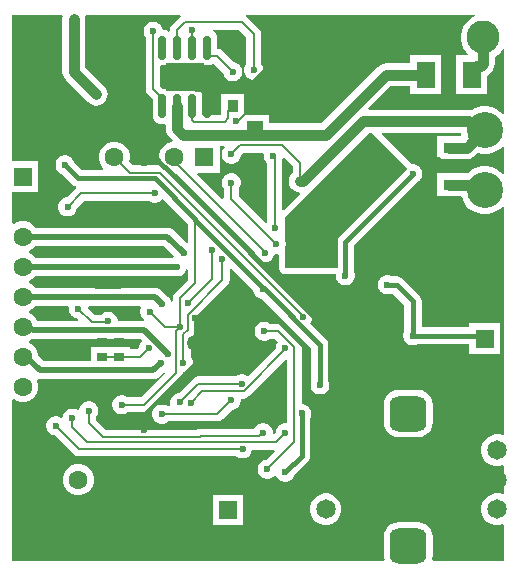
<source format=gbl>
G04*
G04 #@! TF.GenerationSoftware,Altium Limited,Altium Designer,21.3.2 (30)*
G04*
G04 Layer_Physical_Order=2*
G04 Layer_Color=16711680*
%FSTAX24Y24*%
%MOIN*%
G70*
G04*
G04 #@! TF.SameCoordinates,587B8423-3D13-4A71-8966-67BAEF8921A1*
G04*
G04*
G04 #@! TF.FilePolarity,Positive*
G04*
G01*
G75*
%ADD14C,0.0080*%
%ADD25R,0.0335X0.0276*%
%ADD36R,0.0374X0.0394*%
%ADD71C,0.0170*%
%ADD72C,0.0350*%
%ADD75C,0.0630*%
%ADD76R,0.0630X0.0630*%
%ADD77R,0.0630X0.0630*%
G04:AMPARAMS|DCode=78|XSize=122mil|YSize=118.1mil|CornerRadius=29.5mil|HoleSize=0mil|Usage=FLASHONLY|Rotation=0.000|XOffset=0mil|YOffset=0mil|HoleType=Round|Shape=RoundedRectangle|*
%AMROUNDEDRECTD78*
21,1,0.1220,0.0591,0,0,0.0*
21,1,0.0630,0.1181,0,0,0.0*
1,1,0.0591,0.0315,-0.0295*
1,1,0.0591,-0.0315,-0.0295*
1,1,0.0591,-0.0315,0.0295*
1,1,0.0591,0.0315,0.0295*
%
%ADD78ROUNDEDRECTD78*%
%ADD79C,0.0650*%
%ADD80R,0.0591X0.0591*%
%ADD81C,0.0591*%
%ADD82C,0.0500*%
%ADD83C,0.0236*%
%ADD84C,0.1100*%
%ADD85C,0.1200*%
%ADD86R,0.0551X0.0472*%
%ADD87R,0.0374X0.0354*%
%ADD88R,0.0640X0.0900*%
%ADD89R,0.1299X0.0949*%
G04:AMPARAMS|DCode=90|XSize=77.6mil|YSize=23.6mil|CornerRadius=6.4mil|HoleSize=0mil|Usage=FLASHONLY|Rotation=270.000|XOffset=0mil|YOffset=0mil|HoleType=Round|Shape=RoundedRectangle|*
%AMROUNDEDRECTD90*
21,1,0.0776,0.0109,0,0,270.0*
21,1,0.0648,0.0236,0,0,270.0*
1,1,0.0128,-0.0054,-0.0324*
1,1,0.0128,-0.0054,0.0324*
1,1,0.0128,0.0054,0.0324*
1,1,0.0128,0.0054,-0.0324*
%
%ADD90ROUNDEDRECTD90*%
%ADD91C,0.0200*%
G36*
X044374Y038897D02*
X044295Y038865D01*
X044172Y038783D01*
X044067Y038678D01*
X043985Y038555D01*
X043929Y038419D01*
X0439Y038274D01*
Y038126D01*
X043929Y037981D01*
X043985Y037845D01*
X044067Y037722D01*
X044139Y03765D01*
X044119Y0376D01*
X04375D01*
Y0363D01*
X04479D01*
Y036921D01*
X044837Y036958D01*
X044917Y037038D01*
X044978Y037116D01*
X045015Y037207D01*
X045028Y037305D01*
Y037551D01*
X045128Y037617D01*
X045233Y037722D01*
X045297Y037819D01*
X045347Y037804D01*
Y035655D01*
X045297Y035634D01*
X04521Y035721D01*
X045079Y035809D01*
X044933Y035869D01*
X044779Y0359D01*
X044621D01*
X044467Y035869D01*
X044321Y035809D01*
X044258Y035767D01*
X04417Y035778D01*
X040828D01*
X040809Y035824D01*
X041557Y036572D01*
X04221D01*
Y0363D01*
X04325D01*
Y0376D01*
X04221D01*
Y037328D01*
X0414D01*
X041302Y037315D01*
X041211Y037278D01*
X041133Y037217D01*
X039243Y035328D01*
X037524D01*
Y035614D01*
X036687D01*
Y036302D01*
X035913D01*
Y035781D01*
X035908Y035758D01*
Y035716D01*
X035905Y035701D01*
Y03562D01*
X03527D01*
Y036224D01*
X035261Y036293D01*
X035235Y036357D01*
X035192Y036412D01*
X035137Y036454D01*
X035073Y036481D01*
X035004Y03649D01*
X034896D01*
X034827Y036481D01*
X034763Y036454D01*
X034708Y036412D01*
X034692D01*
X034637Y036454D01*
X034573Y036481D01*
X034504Y03649D01*
X034396D01*
X034327Y036481D01*
X034263Y036454D01*
X034208Y036412D01*
X034192D01*
X034137Y036454D01*
X034073Y036481D01*
X034004Y03649D01*
X033976D01*
X03389Y036576D01*
Y037254D01*
X033896Y037259D01*
X034004D01*
X034073Y037268D01*
X034137Y037294D01*
X034192Y037337D01*
X034208D01*
X034263Y037294D01*
X034327Y037268D01*
X034396Y037259D01*
X034504D01*
X034573Y037268D01*
X034637Y037294D01*
X034692Y037337D01*
X034708D01*
X034763Y037294D01*
X034827Y037268D01*
X034896Y037259D01*
X035004D01*
X035073Y037268D01*
X035137Y037294D01*
X035192Y037337D01*
X035208D01*
X035263Y037294D01*
X035327Y037268D01*
X035396Y037259D01*
X035504D01*
X035573Y037268D01*
X035637Y037294D01*
X035671Y03732D01*
X035684D01*
X035982Y037022D01*
Y037008D01*
X036004Y036927D01*
X036045Y036855D01*
X036105Y036795D01*
X036177Y036754D01*
X036258Y036732D01*
X036342D01*
X036423Y036754D01*
X036495Y036795D01*
X036555Y036855D01*
X036596Y036927D01*
X036618Y037008D01*
Y037092D01*
X036596Y037173D01*
X036555Y037245D01*
X036495Y037305D01*
X036423Y037346D01*
X036342Y037368D01*
X036328D01*
X035958Y037738D01*
X035879Y037791D01*
X035785Y03781D01*
X03577D01*
Y038173D01*
X035761Y038242D01*
X035735Y038306D01*
X035692Y038361D01*
X035637Y038403D01*
X035632Y038405D01*
X035642Y038455D01*
X036499D01*
X036755Y038199D01*
Y03731D01*
X036745Y0373D01*
X036704Y037228D01*
X036682Y037147D01*
Y037063D01*
X036704Y036982D01*
X036745Y036909D01*
X036805Y03685D01*
X036877Y036808D01*
X036958Y036787D01*
X037042D01*
X037123Y036808D01*
X037195Y03685D01*
X037255Y036909D01*
X037296Y036982D01*
X037318Y037063D01*
Y037147D01*
X037296Y037228D01*
X037255Y0373D01*
X037245Y03731D01*
Y0383D01*
X037226Y038394D01*
X037173Y038473D01*
X036773Y038873D01*
X036737Y038897D01*
X036752Y038947D01*
X044364D01*
X044374Y038897D01*
D02*
G37*
G36*
X034563D02*
X034527Y038873D01*
X034277Y038623D01*
X034224Y038544D01*
X034205Y03845D01*
Y038414D01*
X034155Y038389D01*
X034137Y038403D01*
X034073Y03843D01*
X034004Y038439D01*
X033963D01*
X033942Y038518D01*
X0339Y038591D01*
X033841Y03865D01*
X033768Y038692D01*
X033687Y038713D01*
X033603D01*
X033522Y038692D01*
X03345Y03865D01*
X033391Y038591D01*
X033349Y038518D01*
X033327Y038437D01*
Y038353D01*
X033349Y038272D01*
X033391Y0382D01*
X033401Y03819D01*
Y036474D01*
X033419Y036381D01*
X033472Y036301D01*
X03363Y036144D01*
Y035576D01*
X033639Y035507D01*
X033665Y035443D01*
X033708Y035388D01*
X033763Y035346D01*
X033827Y035319D01*
X033896Y03531D01*
X034004D01*
X034034Y035314D01*
X034072Y035281D01*
Y035155D01*
X034085Y035057D01*
X034122Y034966D01*
X034183Y034888D01*
X034309Y034761D01*
X03429Y034715D01*
X034282D01*
X034151Y03468D01*
X034034Y034612D01*
X033938Y034516D01*
X03387Y034399D01*
X033835Y034268D01*
Y034132D01*
X03387Y034001D01*
X033888Y03397D01*
X033854Y03393D01*
X032966D01*
X032844Y034052D01*
X032865Y034132D01*
Y034268D01*
X03283Y034399D01*
X032762Y034516D01*
X032666Y034612D01*
X032549Y03468D01*
X032418Y034715D01*
X032282D01*
X032151Y03468D01*
X032034Y034612D01*
X031938Y034516D01*
X03187Y034399D01*
X031835Y034268D01*
Y034132D01*
X03187Y034001D01*
X031938Y033884D01*
X031984Y033837D01*
X031964Y033787D01*
X031269D01*
X031001Y034055D01*
X030996Y034073D01*
X030955Y034145D01*
X030895Y034205D01*
X030823Y034246D01*
X030742Y034268D01*
X030658D01*
X030577Y034246D01*
X030505Y034205D01*
X030445Y034145D01*
X030404Y034073D01*
X030382Y033992D01*
Y033908D01*
X030404Y033827D01*
X030445Y033755D01*
X030505Y033695D01*
X030577Y033654D01*
X030595Y033649D01*
X030947Y033297D01*
X031006Y033251D01*
X031066Y033226D01*
X031076Y033196D01*
X031076Y033172D01*
X030766Y032862D01*
X030752D01*
X030671Y03284D01*
X030598Y032798D01*
X030539Y032739D01*
X030497Y032666D01*
X030476Y032586D01*
Y032502D01*
X030497Y032421D01*
X030539Y032348D01*
X030598Y032289D01*
X030671Y032247D01*
X030752Y032226D01*
X030836D01*
X030916Y032247D01*
X030989Y032289D01*
X031048Y032348D01*
X03109Y032421D01*
X031112Y032502D01*
Y032516D01*
X031351Y032755D01*
X033495D01*
X033505Y032745D01*
X033577Y032704D01*
X033658Y032682D01*
X033742D01*
X033823Y032704D01*
X033895Y032745D01*
X033955Y032805D01*
X033985Y032809D01*
X034775Y032018D01*
X034801Y031956D01*
X034805Y031951D01*
Y031359D01*
X034759Y03134D01*
X034335Y031764D01*
X034272Y031812D01*
X034199Y031842D01*
X034121Y031853D01*
X02972D01*
X029712Y031866D01*
X029616Y031962D01*
X029499Y03203D01*
X029368Y032065D01*
X029232D01*
X029101Y03203D01*
X029003Y031973D01*
X028953Y031997D01*
Y033035D01*
X029815D01*
Y034065D01*
X028953D01*
Y038947D01*
X030605D01*
X030636Y038908D01*
X030635Y038897D01*
X030622Y0388D01*
Y03705D01*
X030635Y036952D01*
X030672Y036861D01*
X030733Y036783D01*
X031483Y036033D01*
X031561Y035972D01*
X031652Y035935D01*
X03175Y035922D01*
X031848Y035935D01*
X031939Y035972D01*
X032017Y036033D01*
X032078Y036111D01*
X032115Y036202D01*
X032128Y0363D01*
X032115Y036398D01*
X032078Y036489D01*
X032017Y036567D01*
X031378Y037207D01*
Y0388D01*
X031365Y038897D01*
X031364Y038908D01*
X031395Y038947D01*
X034548D01*
X034563Y038897D01*
D02*
G37*
G36*
X0439Y035021D02*
X043917Y034937D01*
X043885Y034898D01*
X0435D01*
X043492Y034897D01*
X043113D01*
Y034143D01*
X043492D01*
X0435Y034142D01*
X044102D01*
X0442Y034155D01*
X044291Y034193D01*
X04437Y034253D01*
X044453Y034336D01*
X044467Y034331D01*
X044621Y0343D01*
X044779D01*
X044933Y034331D01*
X045079Y034391D01*
X04521Y034479D01*
X045297Y034566D01*
X045347Y034545D01*
Y033655D01*
X045297Y033634D01*
X04521Y033721D01*
X045079Y033809D01*
X044933Y033869D01*
X044779Y0339D01*
X044621D01*
X044467Y033869D01*
X044321Y033809D01*
X04419Y033721D01*
X044127Y033658D01*
X0435D01*
X043492Y033657D01*
X043113D01*
Y032903D01*
X043492D01*
X0435Y032902D01*
X043924D01*
X043931Y032867D01*
X043991Y032721D01*
X044079Y03259D01*
X04419Y032479D01*
X044321Y032391D01*
X044467Y032331D01*
X044621Y0323D01*
X044779D01*
X044933Y032331D01*
X045079Y032391D01*
X04521Y032479D01*
X045297Y032566D01*
X045347Y032545D01*
Y024949D01*
X045297Y024925D01*
X045172Y024959D01*
X045034D01*
X0449Y024923D01*
X044781Y024854D01*
X044683Y024756D01*
X044614Y024637D01*
X044578Y024503D01*
Y024365D01*
X044614Y024232D01*
X044683Y024112D01*
X044781Y024014D01*
X0449Y023945D01*
X045034Y023909D01*
X045172D01*
X045297Y023943D01*
X045347Y023919D01*
Y022981D01*
X045297Y022957D01*
X045172Y022991D01*
X045034D01*
X0449Y022955D01*
X044781Y022886D01*
X044683Y022788D01*
X044614Y022668D01*
X044578Y022535D01*
Y022397D01*
X044614Y022263D01*
X044683Y022144D01*
X044781Y022046D01*
X0449Y021977D01*
X045034Y021941D01*
X045172D01*
X045297Y021975D01*
X045347Y021951D01*
Y020753D01*
X042964D01*
X042937Y020794D01*
X042947Y020821D01*
X042965Y02095D01*
Y021541D01*
X042947Y02167D01*
X042898Y02179D01*
X042818Y021894D01*
X042715Y021973D01*
X042594Y022023D01*
X042465Y02204D01*
X041835D01*
X041706Y022023D01*
X041585Y021973D01*
X041482Y021894D01*
X041402Y02179D01*
X041353Y02167D01*
X041335Y021541D01*
Y02095D01*
X041353Y020821D01*
X041364Y020794D01*
X041336Y020753D01*
X028953D01*
Y026103D01*
X029003Y026127D01*
X029101Y02607D01*
X029232Y026035D01*
X029368D01*
X029499Y02607D01*
X029616Y026138D01*
X029712Y026234D01*
X02978Y026351D01*
X029815Y026482D01*
Y026618D01*
X02978Y026749D01*
X029771Y026764D01*
X029805Y026806D01*
X029866Y026797D01*
X03365D01*
X033728Y026808D01*
X033801Y026838D01*
X033864Y026886D01*
X034018Y02704D01*
X034023Y02704D01*
X034043Y026989D01*
X033249Y026195D01*
X032805D01*
X032795Y026205D01*
X032723Y026246D01*
X032642Y026268D01*
X032558D01*
X032477Y026246D01*
X032405Y026205D01*
X032345Y026145D01*
X032304Y026073D01*
X032282Y025992D01*
Y025908D01*
X032304Y025827D01*
X032345Y025755D01*
X032405Y025695D01*
X032477Y025654D01*
X032558Y025632D01*
X032642D01*
X032723Y025654D01*
X032795Y025695D01*
X032805Y025705D01*
X03335D01*
X033444Y025724D01*
X033523Y025777D01*
X034573Y026827D01*
X034626Y026906D01*
X034645Y027D01*
Y027032D01*
X034692D01*
X034773Y027054D01*
X034845Y027095D01*
X034905Y027155D01*
X034946Y027227D01*
X034968Y027308D01*
Y027392D01*
X034946Y027473D01*
X034905Y027545D01*
X034895Y027555D01*
Y028197D01*
X034973Y028275D01*
X035026Y028354D01*
X035045Y028448D01*
Y028849D01*
X036123Y029927D01*
X036176Y030006D01*
X036195Y0301D01*
Y030483D01*
X036241Y030503D01*
X036976Y029767D01*
Y029758D01*
X036998Y029677D01*
X03704Y029605D01*
X037099Y029545D01*
X037171Y029504D01*
X037252Y029482D01*
X037262D01*
X038913Y027831D01*
Y026738D01*
X038904Y026723D01*
X038882Y026642D01*
Y026558D01*
X038904Y026477D01*
X038945Y026405D01*
X039005Y026345D01*
X039077Y026304D01*
X039158Y026282D01*
X039242D01*
X039323Y026304D01*
X039395Y026345D01*
X039455Y026405D01*
X039496Y026477D01*
X039518Y026558D01*
Y026642D01*
X039496Y026723D01*
X039487Y026738D01*
Y02795D01*
X039478Y028024D01*
X039449Y028094D01*
X039403Y028153D01*
X038878Y028678D01*
X038893Y028693D01*
X038935Y028766D01*
X038957Y028847D01*
Y028931D01*
X038935Y029011D01*
X038893Y029084D01*
X038834Y029143D01*
X038761Y029185D01*
X038692Y029204D01*
X037231Y030665D01*
X037257Y03071D01*
X037319Y030693D01*
X037403D01*
X037484Y030715D01*
X037556Y030756D01*
X037616Y030816D01*
X037657Y030888D01*
X037671Y03094D01*
X037708Y030982D01*
X037792D01*
X037806Y030986D01*
X037846Y030955D01*
Y0305D01*
X037862Y030422D01*
X037906Y030356D01*
X037972Y030312D01*
X03805Y030296D01*
X039729D01*
X039732Y030292D01*
Y030208D01*
X039754Y030127D01*
X039795Y030055D01*
X039855Y029995D01*
X039927Y029954D01*
X040008Y029932D01*
X040092D01*
X040173Y029954D01*
X040245Y029995D01*
X040305Y030055D01*
X040346Y030127D01*
X040368Y030208D01*
Y030292D01*
X040346Y030373D01*
X040326Y030409D01*
Y031269D01*
X042405Y033349D01*
X042423Y033354D01*
X042495Y033395D01*
X042555Y033455D01*
X042596Y033527D01*
X042618Y033608D01*
Y033692D01*
X042596Y033773D01*
X042555Y033845D01*
X042495Y033905D01*
X042423Y033946D01*
X042342Y033968D01*
X042262D01*
X042244Y033994D01*
X042244Y033994D01*
X041263Y034976D01*
X041282Y035022D01*
X0439D01*
Y035021D01*
D02*
G37*
G36*
X038305Y033899D02*
Y033685D01*
X038283Y033667D01*
X038222Y033589D01*
X038185Y033498D01*
X038172Y0334D01*
X038185Y033302D01*
X038222Y033211D01*
X038283Y033133D01*
X038361Y033072D01*
X038452Y033035D01*
X038517Y033026D01*
X038535Y032973D01*
X037991Y032429D01*
X037945Y032448D01*
Y034124D01*
X037946Y034127D01*
X037959Y034174D01*
X038015Y034189D01*
X038305Y033899D01*
D02*
G37*
G36*
X036025Y034522D02*
X035995Y034492D01*
X035954Y03442D01*
X035932Y034339D01*
Y034255D01*
X035954Y034174D01*
X035995Y034102D01*
X036055Y034042D01*
X036127Y034D01*
X036208Y033979D01*
X036292D01*
X036373Y034D01*
X036445Y034042D01*
X036505Y034102D01*
X036546Y034174D01*
X036568Y034255D01*
Y034269D01*
X036651Y034352D01*
X037307D01*
X037337Y034313D01*
X037332Y034292D01*
Y034208D01*
X037354Y034127D01*
X037395Y034055D01*
X037455Y033995D01*
X037455Y033995D01*
Y032055D01*
X037445Y032045D01*
X037431Y032021D01*
X037382Y032014D01*
X036495Y032901D01*
Y033145D01*
X036505Y033155D01*
X036546Y033227D01*
X036568Y033308D01*
Y033392D01*
X036546Y033473D01*
X036505Y033545D01*
X036445Y033605D01*
X036373Y033646D01*
X036292Y033668D01*
X036208D01*
X036127Y033646D01*
X036055Y033605D01*
X035995Y033545D01*
X035954Y033473D01*
X035932Y033392D01*
Y033308D01*
X035954Y033227D01*
X035995Y033155D01*
X036005Y033145D01*
Y032826D01*
X035955Y032805D01*
X035122Y033639D01*
X035141Y033685D01*
X035865D01*
Y034572D01*
X036004D01*
X036025Y034522D01*
D02*
G37*
G36*
X034282Y033685D02*
X034383D01*
X037043Y031025D01*
Y030969D01*
X03706Y030907D01*
X037015Y030881D01*
X034253Y033643D01*
X034278Y033686D01*
X034282Y033685D01*
D02*
G37*
G36*
X034341Y030903D02*
X03432Y030853D01*
X02972D01*
X029712Y030866D01*
X029616Y030962D01*
X029512Y031022D01*
X029508Y031038D01*
Y031062D01*
X029512Y031078D01*
X029616Y031138D01*
X029712Y031234D01*
X02972Y031247D01*
X033996D01*
X034341Y030903D01*
D02*
G37*
G36*
X0421Y03385D02*
Y0338D01*
X0398Y0315D01*
Y0305D01*
X03805D01*
Y031191D01*
X038068Y031258D01*
Y031342D01*
X03805Y031409D01*
Y0322D01*
X040872Y035022D01*
X040928D01*
X0421Y03385D01*
D02*
G37*
G36*
X034805Y030454D02*
Y030101D01*
X034377Y029673D01*
X034324Y029594D01*
X034305Y0295D01*
Y029396D01*
X034255Y02939D01*
X034246Y029423D01*
X034205Y029495D01*
X034145Y029555D01*
X034093Y029585D01*
X033914Y029764D01*
X033851Y029812D01*
X033778Y029842D01*
X0337Y029853D01*
X02972D01*
X029712Y029866D01*
X029616Y029962D01*
X029512Y030022D01*
X029508Y030038D01*
Y030062D01*
X029512Y030078D01*
X029616Y030138D01*
X029712Y030234D01*
X02972Y030247D01*
X03435D01*
X034408Y030232D01*
X034492D01*
X034573Y030254D01*
X034645Y030295D01*
X034705Y030355D01*
X034746Y030427D01*
X034755Y03046D01*
X034805Y030454D01*
D02*
G37*
G36*
X033252Y029197D02*
X033238Y029173D01*
X033217Y029092D01*
Y029008D01*
X033238Y028927D01*
X03328Y028855D01*
X033332Y028803D01*
X033326Y028773D01*
X033314Y028753D01*
X032468D01*
Y02877D01*
X032446Y028851D01*
X032405Y028923D01*
X032345Y028983D01*
X032273Y029025D01*
X032192Y029046D01*
X032108D01*
X032027Y029025D01*
X031955Y028983D01*
X031917Y028945D01*
X031701D01*
X031468Y029178D01*
Y029192D01*
X031464Y029208D01*
X031494Y029247D01*
X033224D01*
X033252Y029197D01*
D02*
G37*
G36*
X030836Y029208D02*
X030832Y029192D01*
Y029108D01*
X030854Y029027D01*
X030895Y028955D01*
X030955Y028895D01*
X031027Y028854D01*
X031108Y028832D01*
X031122D01*
X031155Y028799D01*
X031136Y028753D01*
X029778D01*
X029712Y028866D01*
X029616Y028962D01*
X029512Y029022D01*
X029508Y029038D01*
Y029062D01*
X029512Y029078D01*
X029616Y029138D01*
X029712Y029234D01*
X02972Y029247D01*
X030806D01*
X030836Y029208D01*
D02*
G37*
G36*
X029632Y028147D02*
X029632Y028147D01*
X033225D01*
X033286Y028086D01*
X033245Y028045D01*
X033204Y027973D01*
X033182Y027892D01*
Y027878D01*
X033099Y027795D01*
X032867D01*
Y027882D01*
X031583D01*
Y027403D01*
X029992D01*
X029815Y027579D01*
Y027618D01*
X02978Y027749D01*
X029712Y027866D01*
X029616Y027962D01*
X029512Y028022D01*
X029508Y028038D01*
Y028062D01*
X029512Y028078D01*
X029616Y028138D01*
X029626Y028148D01*
X029632Y028147D01*
D02*
G37*
%LPC*%
G36*
X041492Y030268D02*
X041408D01*
X041327Y030246D01*
X041255Y030205D01*
X041195Y030145D01*
X041154Y030073D01*
X041132Y029992D01*
Y029908D01*
X041154Y029827D01*
X041195Y029755D01*
X041255Y029695D01*
X041327Y029654D01*
X041408Y029632D01*
X041492D01*
X041559Y02965D01*
X041644D01*
X042016Y029277D01*
Y028388D01*
X042007Y028373D01*
X041986Y028292D01*
Y028208D01*
X042007Y028127D01*
X042049Y028055D01*
X042108Y027995D01*
X042181Y027954D01*
X042262Y027932D01*
X042346D01*
X042427Y027954D01*
X042442Y027963D01*
X044185D01*
Y027635D01*
X045215D01*
Y028665D01*
X044185D01*
Y028537D01*
X042591D01*
Y029396D01*
X042581Y029471D01*
X042553Y02954D01*
X042507Y0296D01*
X041966Y030141D01*
X041906Y030186D01*
X041837Y030215D01*
X041763Y030225D01*
X04161D01*
X041573Y030246D01*
X041492Y030268D01*
D02*
G37*
G36*
X037392Y028718D02*
X037308D01*
X037227Y028696D01*
X037155Y028655D01*
X037095Y028595D01*
X037054Y028523D01*
X037032Y028442D01*
Y028358D01*
X037054Y028277D01*
X037095Y028205D01*
X037155Y028145D01*
X037227Y028104D01*
X037308Y028082D01*
X037392D01*
X037473Y028104D01*
X037545Y028145D01*
X037555Y028155D01*
X037707D01*
X037806Y028056D01*
X037795Y028045D01*
X037754Y027973D01*
X037732Y027892D01*
Y027819D01*
X036806Y026894D01*
X036795Y026905D01*
X036723Y026946D01*
X036642Y026968D01*
X036558D01*
X036477Y026946D01*
X036405Y026905D01*
X036395Y026895D01*
X03515D01*
X035056Y026876D01*
X034977Y026823D01*
X034497Y026343D01*
X034483D01*
X034402Y026321D01*
X03433Y02628D01*
X03427Y02622D01*
X034229Y026148D01*
X034207Y026067D01*
Y025983D01*
X034221Y025932D01*
X03419Y025888D01*
X034139Y025886D01*
X034133Y025892D01*
X03406Y025934D01*
X033979Y025956D01*
X033896D01*
X033815Y025934D01*
X033742Y025892D01*
X033683Y025833D01*
X033641Y02576D01*
X033619Y025679D01*
Y025596D01*
X033641Y025515D01*
X033683Y025442D01*
X033742Y025383D01*
X033815Y025341D01*
X033896Y025319D01*
X033979D01*
X03406Y025341D01*
X034133Y025383D01*
X034143Y025393D01*
X035787D01*
X035881Y025411D01*
X035961Y025464D01*
X036278Y025782D01*
X036292D01*
X036373Y025804D01*
X036445Y025845D01*
X036505Y025905D01*
X036546Y025977D01*
X036568Y026058D01*
Y026142D01*
X036578Y026155D01*
X036658D01*
X036752Y026174D01*
X036831Y026227D01*
X038059Y027455D01*
X038105Y027435D01*
Y025344D01*
X038092Y025333D01*
X038008D01*
X037927Y025312D01*
X037855Y02527D01*
X037795Y025211D01*
X037754Y025138D01*
X037732Y025057D01*
Y025043D01*
X037676Y024987D01*
X037626Y025008D01*
Y025057D01*
X037604Y025138D01*
X037562Y025211D01*
X037503Y02527D01*
X037431Y025312D01*
X03735Y025333D01*
X037266D01*
X037185Y025312D01*
X037113Y02527D01*
X037053Y025211D01*
X037015Y025145D01*
X035217D01*
X035123Y025126D01*
X035115Y025121D01*
X032075D01*
X031745Y025451D01*
Y025545D01*
X031755Y025555D01*
X031796Y025627D01*
X031818Y025708D01*
Y025792D01*
X031796Y025873D01*
X031755Y025945D01*
X031695Y026005D01*
X031623Y026046D01*
X031542Y026068D01*
X031458D01*
X031377Y026046D01*
X031305Y026005D01*
X031245Y025945D01*
X031204Y025873D01*
X031182Y025792D01*
Y025783D01*
X031132Y025762D01*
X031073Y025796D01*
X030992Y025818D01*
X030908D01*
X030827Y025796D01*
X030755Y025755D01*
X030695Y025695D01*
X030654Y025623D01*
X030632Y025542D01*
Y025533D01*
X030582Y025512D01*
X030523Y025546D01*
X030442Y025568D01*
X030358D01*
X030277Y025546D01*
X030205Y025505D01*
X030145Y025445D01*
X030104Y025373D01*
X030082Y025292D01*
Y025208D01*
X030104Y025127D01*
X030145Y025055D01*
X030205Y024995D01*
X030277Y024954D01*
X030358Y024932D01*
X030372D01*
X031002Y024302D01*
X031081Y024249D01*
X031175Y02423D01*
X03642D01*
X03643Y02422D01*
X036502Y024179D01*
X036583Y024157D01*
X036667D01*
X036748Y024179D01*
X03682Y02422D01*
X03688Y02428D01*
X036921Y024352D01*
X036943Y024433D01*
Y024455D01*
X037689D01*
X037709Y024405D01*
X037422Y024118D01*
X037408D01*
X037327Y024096D01*
X037255Y024055D01*
X037195Y023995D01*
X037154Y023923D01*
X037132Y023842D01*
Y023758D01*
X037154Y023677D01*
X037195Y023605D01*
X037255Y023545D01*
X037327Y023504D01*
X037408Y023482D01*
X037492D01*
X037573Y023504D01*
X037645Y023545D01*
X037697Y023597D01*
X037749Y023592D01*
X037754Y023577D01*
X037795Y023505D01*
X037855Y023445D01*
X037927Y023404D01*
X038008Y023382D01*
X038092D01*
X038173Y023404D01*
X038245Y023445D01*
X038305Y023505D01*
X038346Y023577D01*
X038351Y023595D01*
X038803Y024047D01*
X038849Y024106D01*
X038878Y024176D01*
X038887Y02425D01*
Y02552D01*
X038896Y025536D01*
X038918Y025617D01*
Y025701D01*
X038896Y025781D01*
X038855Y025854D01*
X038795Y025913D01*
X038723Y025955D01*
X038642Y025977D01*
X038595D01*
Y027858D01*
X038576Y027952D01*
X038523Y028031D01*
X037981Y028573D01*
X037902Y028626D01*
X037808Y028645D01*
X037555D01*
X037545Y028655D01*
X037473Y028696D01*
X037392Y028718D01*
D02*
G37*
G36*
X042465Y02645D02*
X041835D01*
X041706Y026433D01*
X041585Y026383D01*
X041482Y026303D01*
X041402Y0262D01*
X041353Y026079D01*
X041335Y02595D01*
Y025359D01*
X041353Y02523D01*
X041402Y02511D01*
X041482Y025006D01*
X041585Y024927D01*
X041706Y024877D01*
X041835Y02486D01*
X042465D01*
X042594Y024877D01*
X042715Y024927D01*
X042818Y025006D01*
X042898Y02511D01*
X042947Y02523D01*
X042965Y025359D01*
Y02595D01*
X042947Y026079D01*
X042898Y0262D01*
X042818Y026303D01*
X042715Y026383D01*
X042594Y026433D01*
X042465Y02645D01*
D02*
G37*
G36*
X031218Y023965D02*
X031082D01*
X030951Y02393D01*
X030834Y023862D01*
X030738Y023766D01*
X03067Y023649D01*
X030635Y023518D01*
Y023382D01*
X03067Y023251D01*
X030738Y023134D01*
X030834Y023038D01*
X030951Y02297D01*
X031082Y022935D01*
X031218D01*
X031349Y02297D01*
X031466Y023038D01*
X031562Y023134D01*
X03163Y023251D01*
X031665Y023382D01*
Y023518D01*
X03163Y023649D01*
X031562Y023766D01*
X031466Y023862D01*
X031349Y02393D01*
X031218Y023965D01*
D02*
G37*
G36*
X036645Y022945D02*
X035655D01*
Y021955D01*
X036645D01*
Y022945D01*
D02*
G37*
G36*
X039463Y022991D02*
X039325D01*
X039192Y022955D01*
X039072Y022886D01*
X038974Y022788D01*
X038905Y022668D01*
X038869Y022535D01*
Y022397D01*
X038905Y022263D01*
X038974Y022144D01*
X039072Y022046D01*
X039192Y021977D01*
X039325Y021941D01*
X039463D01*
X039597Y021977D01*
X039716Y022046D01*
X039814Y022144D01*
X039883Y022263D01*
X039919Y022397D01*
Y022535D01*
X039883Y022668D01*
X039814Y022788D01*
X039716Y022886D01*
X039597Y022955D01*
X039463Y022991D01*
D02*
G37*
%LPD*%
D14*
X03505Y02735D02*
Y02805D01*
Y02885D01*
X03335Y02565D02*
X03505Y02735D01*
X037011Y035927D02*
X03705D01*
X0364Y0354D02*
X03643Y03543D01*
X036513D01*
X037011Y035927D01*
X03615Y035701D02*
X036153Y035704D01*
Y035758D01*
X036025Y035375D02*
X03615Y0355D01*
Y035701D01*
X035022Y035375D02*
X036025D01*
X036153Y035758D02*
X0363Y035905D01*
X0325Y02755D02*
X0332D01*
X032056D02*
X0325D01*
X03205Y027544D02*
X032056Y02755D01*
X0332D02*
X0335Y02785D01*
X032394Y028056D02*
X0324Y02805D01*
X03205Y028056D02*
X032394D01*
X032122Y0287D02*
X03215Y028728D01*
X0316Y0287D02*
X032122D01*
X037808Y0284D02*
X03835Y027858D01*
X03735Y0284D02*
X037808D01*
X03745Y0238D02*
X03835Y0247D01*
Y027858D01*
X030794Y032544D02*
X03125Y033D01*
X0337D01*
X034035Y02855D02*
X03455D01*
X033535Y02905D02*
X034035Y02855D01*
X037183Y0249D02*
X037298Y025015D01*
X035217Y0249D02*
X037183D01*
X035193Y024876D02*
X035217Y0249D01*
X037298Y025015D02*
X037308D01*
X0315Y02535D02*
Y02575D01*
X03095Y0252D02*
Y0255D01*
Y0252D02*
X03145Y0247D01*
X0304Y02525D02*
X031175Y024475D01*
X036625D01*
X03145Y0247D02*
X037735D01*
X0315Y02535D02*
X031974Y024876D01*
X035193D01*
X037735Y0247D02*
X03805Y025015D01*
X03625Y0328D02*
Y03335D01*
Y0328D02*
X03775Y0313D01*
X038639Y028889D02*
Y028911D01*
X033865Y033685D02*
X038639Y028911D01*
X03805Y027792D02*
Y02785D01*
X035283Y0264D02*
X036658D01*
X03805Y027792D01*
X034892Y026008D02*
X035283Y0264D01*
X034525Y026025D02*
X03515Y02665D01*
X0366D01*
X033937Y025638D02*
X035787D01*
X03625Y0261D01*
X03465Y028298D02*
X0348Y028448D01*
X03465Y02735D02*
Y028298D01*
X03335Y02595D02*
X0344Y027D01*
X03335Y025094D02*
Y02565D01*
X0344Y027D02*
Y0284D01*
X03455Y02855D01*
X03595Y0301D02*
Y0308D01*
X0356Y03015D02*
Y03105D01*
X03505Y03D02*
Y03215D01*
X032865Y033685D02*
X033865D01*
X03235Y0342D02*
X03235D01*
X032865Y033685D01*
X03435Y034064D02*
X037361Y031053D01*
X03435Y034064D02*
Y0342D01*
X037361Y031011D02*
Y031053D01*
X03765Y03425D02*
X0377Y0342D01*
Y03185D02*
Y0342D01*
X03655Y034597D02*
X037953D01*
X03625Y034297D02*
X03655Y034597D01*
X03855Y0334D02*
Y034D01*
X037953Y034597D02*
X03855Y034D01*
X03115Y02915D02*
X0316Y0287D01*
X0348Y02895D02*
X03595Y0301D01*
X0348Y028448D02*
Y02895D01*
X03455Y02855D02*
Y0295D01*
X03505Y03D01*
X0348Y02935D02*
X0356Y03015D01*
X034647Y031024D02*
X034677Y030994D01*
X0326Y02595D02*
X03335D01*
X03495Y035447D02*
X035022Y035375D01*
X03495Y035447D02*
Y0359D01*
X0293Y02955D02*
X029449D01*
X033645Y036474D02*
Y038395D01*
X03395Y0359D02*
Y03617D01*
X033645Y036474D02*
X03395Y03617D01*
X0339Y037799D02*
X03395Y037849D01*
X03495D02*
Y03845D01*
X0347Y0387D02*
X0366D01*
X03445Y03845D02*
X0347Y0387D01*
X0366D02*
X037Y0383D01*
X03545Y037641D02*
X035526Y037565D01*
X035785D01*
X0363Y03705D01*
X03545Y037641D02*
Y037849D01*
X03445D02*
Y03845D01*
X037Y037105D02*
Y0383D01*
X035776Y036495D02*
X0363D01*
X03545Y03617D02*
X035776Y036495D01*
X0363D02*
X036305Y0365D01*
D25*
X03195Y027544D02*
D03*
Y028056D02*
D03*
X0325Y027544D02*
D03*
Y028056D02*
D03*
D36*
X0363Y036495D02*
D03*
Y035905D02*
D03*
D71*
X03565Y02885D02*
X037725D01*
X0388Y027775D01*
X03505Y02885D02*
X03565D01*
X0347Y036874D02*
X035089Y036485D01*
X035417Y036203D02*
X03545Y03617D01*
X035089Y036485D02*
X03535D01*
X035417Y036203D02*
Y036419D01*
X03535Y036485D02*
X035417Y036419D01*
X039394Y024399D02*
Y024434D01*
X038245Y02325D02*
X039394Y024399D01*
X033955Y02325D02*
X038245D01*
X03805Y0237D02*
X0386Y02425D01*
Y025659D01*
X03315Y022445D02*
X033955Y02325D01*
X0388Y02645D02*
Y027775D01*
Y02645D02*
X039Y02625D01*
X03995D01*
X037325Y029825D02*
X0392Y02795D01*
X03505Y0321D02*
X037322Y029828D01*
X037294Y0298D02*
X0373D01*
X0392Y0266D02*
Y02795D01*
X0337Y0335D02*
X03505Y03215D01*
X033758Y034142D02*
X03389Y03401D01*
X034159Y03374D02*
X03416D01*
X033408Y034142D02*
X033758D01*
X03335Y0342D02*
X033408Y034142D01*
X03416Y03374D02*
X04005Y02785D01*
X03389Y034009D02*
Y03401D01*
Y034009D02*
X034159Y03374D01*
X04005Y02785D02*
Y02885D01*
Y0266D02*
Y02785D01*
X032506Y029906D02*
X0326Y03D01*
X031806Y029906D02*
X032506D01*
X0392Y0297D02*
X04005Y02885D01*
X03115Y0335D02*
X0337D01*
X0307Y03395D02*
X03115Y0335D01*
X04005Y02635D02*
Y0266D01*
X03995Y02625D02*
X04005Y02635D01*
X04145Y02995D02*
X041463Y029937D01*
X041763D01*
X042304Y029396D01*
Y02825D02*
Y029396D01*
Y02825D02*
X0446D01*
X0447Y02815D01*
X040038Y030262D02*
X04005Y03025D01*
X040038Y030262D02*
Y031388D01*
X0406Y03025D02*
Y03135D01*
X043137Y033887D01*
Y034087D02*
X04315Y0341D01*
X043137Y033887D02*
Y034087D01*
X040038Y031388D02*
X0423Y03365D01*
D72*
X029354Y032604D02*
X029995D01*
X0302Y032809D02*
Y03815D01*
X0293Y03255D02*
X029354Y032604D01*
X029995D02*
X0302Y032809D01*
X038788Y031638D02*
X0412Y03405D01*
X032787Y036113D02*
X03335Y03555D01*
Y0342D02*
Y03555D01*
X034655Y03495D02*
X0394D01*
X0414Y03695D01*
X03445Y035155D02*
X034655Y03495D01*
X03865Y0334D02*
X04065Y0354D01*
X03855Y0334D02*
X03865D01*
X044102Y03452D02*
X044576Y034994D01*
X04065Y0354D02*
X04417D01*
X04447Y0351D02*
X0447D01*
X04417Y0354D02*
X04447Y0351D01*
Y0331D02*
X0447D01*
X0435Y03328D02*
X04429D01*
X04447Y0331D01*
X0435Y03452D02*
X044102D01*
X038788Y031112D02*
Y031638D01*
Y031112D02*
X0388Y0311D01*
X038788Y030962D02*
Y0311D01*
X0414Y03695D02*
X04273D01*
X0376Y037205D02*
Y0377D01*
X03705Y036655D02*
X0376Y037205D01*
X03705Y035927D02*
Y036655D01*
X03445Y035155D02*
Y0359D01*
X031Y03705D02*
Y0388D01*
Y03705D02*
X03175Y0363D01*
X04427Y03695D02*
Y03708D01*
X044415Y037225D02*
X04457D01*
X04465Y037305D01*
Y0382D01*
X04427Y03708D02*
X044415Y037225D01*
D75*
X0447Y02915D02*
D03*
X03235Y0342D02*
D03*
X03335D02*
D03*
X03435D02*
D03*
X0293Y02655D02*
D03*
Y02755D02*
D03*
Y02855D02*
D03*
Y02955D02*
D03*
Y03055D02*
D03*
Y03155D02*
D03*
Y03255D02*
D03*
X03115Y02345D02*
D03*
D76*
X0447Y02815D02*
D03*
X0293Y03355D02*
D03*
X03115Y02245D02*
D03*
D77*
X03535Y0342D02*
D03*
D78*
X04215Y025655D02*
D03*
Y021245D02*
D03*
D79*
X039394Y024434D02*
D03*
Y022466D02*
D03*
X045103Y024434D02*
D03*
Y02345D02*
D03*
Y022466D02*
D03*
D80*
X03615Y02245D02*
D03*
D81*
X03315Y022445D02*
D03*
D82*
X032818Y023754D02*
D03*
X034469Y021478D02*
D03*
X044308Y021411D02*
D03*
X040872Y023709D02*
D03*
X043861Y025382D02*
D03*
X044308Y02652D02*
D03*
X043237Y029733D02*
D03*
X04143Y028707D02*
D03*
X0412Y02775D02*
D03*
X03185Y0378D02*
D03*
X032787Y036113D02*
D03*
X038082Y036851D02*
D03*
X0303Y0372D02*
D03*
X035Y028D02*
D03*
X02945Y03745D02*
D03*
X03755Y03835D02*
D03*
X0406Y03755D02*
D03*
X0402Y0215D02*
D03*
X043Y0233D02*
D03*
X0347Y0232D02*
D03*
X0323Y02175D02*
D03*
X0303Y02155D02*
D03*
X03005Y02375D02*
D03*
X02965Y0247D02*
D03*
D83*
X0348Y03685D02*
D03*
X035D02*
D03*
X0344Y03665D02*
D03*
X0352Y03705D02*
D03*
Y03685D02*
D03*
X0346Y03705D02*
D03*
X0344Y03685D02*
D03*
X035Y03705D02*
D03*
X0352Y03665D02*
D03*
X0346Y03685D02*
D03*
X0348Y03705D02*
D03*
X0344D02*
D03*
X0348Y03665D02*
D03*
X0346D02*
D03*
X035D02*
D03*
X03565Y02885D02*
D03*
X03805Y0237D02*
D03*
X0364Y0354D02*
D03*
X0335Y02785D02*
D03*
X0324Y02805D02*
D03*
X03215Y028728D02*
D03*
X03735Y0284D02*
D03*
X03745Y0238D02*
D03*
X030794Y032544D02*
D03*
X0337Y033D02*
D03*
X0356Y0311D02*
D03*
X033535Y02905D02*
D03*
X0315Y02575D02*
D03*
X03095Y0255D02*
D03*
X0304Y02525D02*
D03*
X036625Y024475D02*
D03*
X037308Y025015D02*
D03*
X03805D02*
D03*
X03625Y03335D02*
D03*
X03775Y0313D02*
D03*
X038639Y028889D02*
D03*
X03805Y02785D02*
D03*
X0366Y02665D02*
D03*
X034892Y026008D02*
D03*
X03625Y0261D02*
D03*
X03465Y02735D02*
D03*
X037294Y0298D02*
D03*
X03595Y0308D02*
D03*
X037361Y031011D02*
D03*
X03765Y03425D02*
D03*
X03625Y034297D02*
D03*
X0377Y03185D02*
D03*
X0326Y03D02*
D03*
X031806Y029906D02*
D03*
X03115Y02915D02*
D03*
X03415Y02765D02*
D03*
X03505Y02885D02*
D03*
X03455Y02855D02*
D03*
X0348Y02935D02*
D03*
X0339Y02735D02*
D03*
X03395Y0293D02*
D03*
X034677Y030994D02*
D03*
X03445Y03055D02*
D03*
X03335Y025094D02*
D03*
X0326Y02595D02*
D03*
X0392Y0266D02*
D03*
X04005D02*
D03*
X0392Y0297D02*
D03*
X034525Y026025D02*
D03*
X033937Y025638D02*
D03*
X0307Y03395D02*
D03*
X0386Y025659D02*
D03*
X04145Y02995D02*
D03*
X042304Y02825D02*
D03*
X04005Y03025D02*
D03*
X0406D02*
D03*
X0423Y03365D02*
D03*
X04315Y0341D02*
D03*
X0302Y03815D02*
D03*
X032787Y036113D02*
D03*
X03855Y0334D02*
D03*
X041499Y034029D02*
D03*
X041216Y034312D02*
D03*
X040933Y034029D02*
D03*
X041074Y034171D02*
D03*
X041357Y033605D02*
D03*
X041074Y034454D02*
D03*
X041499Y033746D02*
D03*
X041357Y034171D02*
D03*
X041216Y033746D02*
D03*
X041216Y034029D02*
D03*
X041074Y033888D02*
D03*
X040792Y034171D02*
D03*
X040933Y034312D02*
D03*
X041357Y033888D02*
D03*
X04164Y033888D02*
D03*
X039Y0307D02*
D03*
X0386D02*
D03*
X0388D02*
D03*
X0384Y0311D02*
D03*
X0388D02*
D03*
X0386Y0309D02*
D03*
X0392Y0307D02*
D03*
X039Y0311D02*
D03*
X0384Y0309D02*
D03*
X0386Y0311D02*
D03*
X0392Y0309D02*
D03*
Y0311D02*
D03*
X0384Y0307D02*
D03*
X039Y0309D02*
D03*
X0388D02*
D03*
X0376Y0377D02*
D03*
X031Y0388D02*
D03*
X0318Y0363D02*
D03*
X033645Y038395D02*
D03*
X0339Y037799D02*
D03*
X03495Y03845D02*
D03*
X0363Y03705D02*
D03*
X037Y037105D02*
D03*
X035Y03685D02*
D03*
X0394Y03495D02*
D03*
D84*
X04265Y0382D02*
D03*
X04465D02*
D03*
D85*
X0447Y0331D02*
D03*
Y0351D02*
D03*
D86*
X037049Y035926D02*
D03*
Y035178D02*
D03*
D87*
X0435Y03452D02*
D03*
Y03328D02*
D03*
D88*
X04273Y03695D02*
D03*
X04427D02*
D03*
D89*
X0347Y036874D02*
D03*
D90*
X03395Y0359D02*
D03*
X03445D02*
D03*
X03495D02*
D03*
X03545D02*
D03*
Y037849D02*
D03*
X03495D02*
D03*
X03445D02*
D03*
X03395D02*
D03*
D91*
X03335Y02845D02*
X03415Y02765D01*
X029866Y0271D02*
X03365D01*
X029416Y02755D02*
X029866Y0271D01*
X03365D02*
X0339Y02735D01*
X0293Y02755D02*
X029416D01*
X029614Y028468D02*
X029632Y02845D01*
X029382Y028468D02*
X029614D01*
X029632Y02845D02*
X03335D01*
X0293Y02855D02*
X029382Y028468D01*
X029449Y02955D02*
X0337D01*
X03395Y0293D01*
X03415Y02765D02*
Y02765D01*
X034121Y03155D02*
X034647Y031024D01*
X0293Y03155D02*
X034121D01*
X0293Y03055D02*
X03445D01*
M02*

</source>
